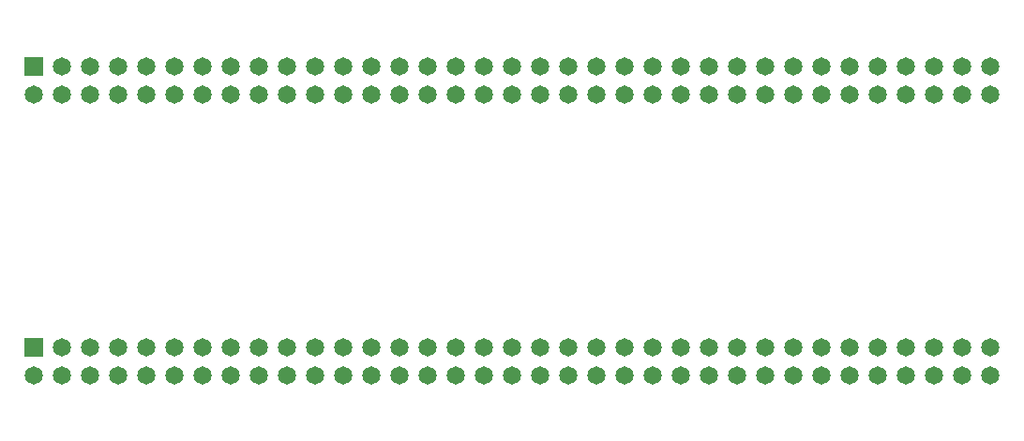
<source format=gbs>
G04*
G04 #@! TF.GenerationSoftware,Altium Limited,Altium Designer,23.3.1 (30)*
G04*
G04 Layer_Color=8150272*
%FSLAX25Y25*%
%MOIN*%
G70*
G04*
G04 #@! TF.SameCoordinates,15D68FC8-8055-42D3-B3C9-1605CC88C85B*
G04*
G04*
G04 #@! TF.FilePolarity,Negative*
G04*
G01*
G75*
%ADD39C,0.06500*%
%ADD40R,0.06700X0.06700*%
%ADD41C,0.00500*%
D39*
X340000Y-10000D02*
D03*
Y0D02*
D03*
X330000Y-10000D02*
D03*
Y0D02*
D03*
X320000Y-10000D02*
D03*
Y0D02*
D03*
X310000Y-10000D02*
D03*
Y0D02*
D03*
X300000Y-10000D02*
D03*
Y0D02*
D03*
X290000Y-10000D02*
D03*
Y0D02*
D03*
X280000Y-10000D02*
D03*
Y0D02*
D03*
X270000Y-10000D02*
D03*
Y0D02*
D03*
X260000Y-10000D02*
D03*
Y0D02*
D03*
X250000Y-10000D02*
D03*
Y0D02*
D03*
X240000Y-10000D02*
D03*
Y0D02*
D03*
X230000Y-10000D02*
D03*
Y0D02*
D03*
X220000Y-10000D02*
D03*
Y0D02*
D03*
X210000Y-10000D02*
D03*
Y0D02*
D03*
X200000Y-10000D02*
D03*
Y0D02*
D03*
X190000Y-10000D02*
D03*
Y0D02*
D03*
X180000Y-10000D02*
D03*
Y0D02*
D03*
X170000Y-10000D02*
D03*
Y0D02*
D03*
X160000Y-10000D02*
D03*
Y0D02*
D03*
X150000Y-10000D02*
D03*
Y0D02*
D03*
X140000Y-10000D02*
D03*
Y0D02*
D03*
X130000Y-10000D02*
D03*
Y0D02*
D03*
X120000Y-10000D02*
D03*
Y0D02*
D03*
X110000Y-10000D02*
D03*
Y0D02*
D03*
X100000Y-10000D02*
D03*
Y0D02*
D03*
X90000Y-10000D02*
D03*
Y0D02*
D03*
X80000Y-10000D02*
D03*
Y0D02*
D03*
X70000Y-10000D02*
D03*
Y0D02*
D03*
X60000Y-10000D02*
D03*
Y0D02*
D03*
X50000Y-10000D02*
D03*
Y0D02*
D03*
X40000Y-10000D02*
D03*
Y0D02*
D03*
X0Y-10000D02*
D03*
X10000Y0D02*
D03*
Y-10000D02*
D03*
X20000Y0D02*
D03*
Y-10000D02*
D03*
X30000Y0D02*
D03*
Y-10000D02*
D03*
Y90000D02*
D03*
Y100000D02*
D03*
X20000Y90000D02*
D03*
Y100000D02*
D03*
X10000Y90000D02*
D03*
Y100000D02*
D03*
X0Y90000D02*
D03*
X40000Y100000D02*
D03*
Y90000D02*
D03*
X50000Y100000D02*
D03*
Y90000D02*
D03*
X60000Y100000D02*
D03*
Y90000D02*
D03*
X70000Y100000D02*
D03*
Y90000D02*
D03*
X80000Y100000D02*
D03*
Y90000D02*
D03*
X90000Y100000D02*
D03*
Y90000D02*
D03*
X100000Y100000D02*
D03*
Y90000D02*
D03*
X110000Y100000D02*
D03*
Y90000D02*
D03*
X120000Y100000D02*
D03*
Y90000D02*
D03*
X130000Y100000D02*
D03*
Y90000D02*
D03*
X140000Y100000D02*
D03*
Y90000D02*
D03*
X150000Y100000D02*
D03*
Y90000D02*
D03*
X160000Y100000D02*
D03*
Y90000D02*
D03*
X170000Y100000D02*
D03*
Y90000D02*
D03*
X180000Y100000D02*
D03*
Y90000D02*
D03*
X190000Y100000D02*
D03*
Y90000D02*
D03*
X200000Y100000D02*
D03*
Y90000D02*
D03*
X210000Y100000D02*
D03*
Y90000D02*
D03*
X220000Y100000D02*
D03*
Y90000D02*
D03*
X230000Y100000D02*
D03*
Y90000D02*
D03*
X240000Y100000D02*
D03*
Y90000D02*
D03*
X250000Y100000D02*
D03*
Y90000D02*
D03*
X260000Y100000D02*
D03*
Y90000D02*
D03*
X270000Y100000D02*
D03*
Y90000D02*
D03*
X280000Y100000D02*
D03*
Y90000D02*
D03*
X290000Y100000D02*
D03*
Y90000D02*
D03*
X300000Y100000D02*
D03*
Y90000D02*
D03*
X310000Y100000D02*
D03*
Y90000D02*
D03*
X320000Y100000D02*
D03*
Y90000D02*
D03*
X330000Y100000D02*
D03*
Y90000D02*
D03*
X340000Y100000D02*
D03*
Y90000D02*
D03*
D40*
X0Y0D02*
D03*
Y100000D02*
D03*
D41*
X340900Y-29450D02*
D03*
Y119550D02*
D03*
X900D02*
D03*
Y-29450D02*
D03*
M02*

</source>
